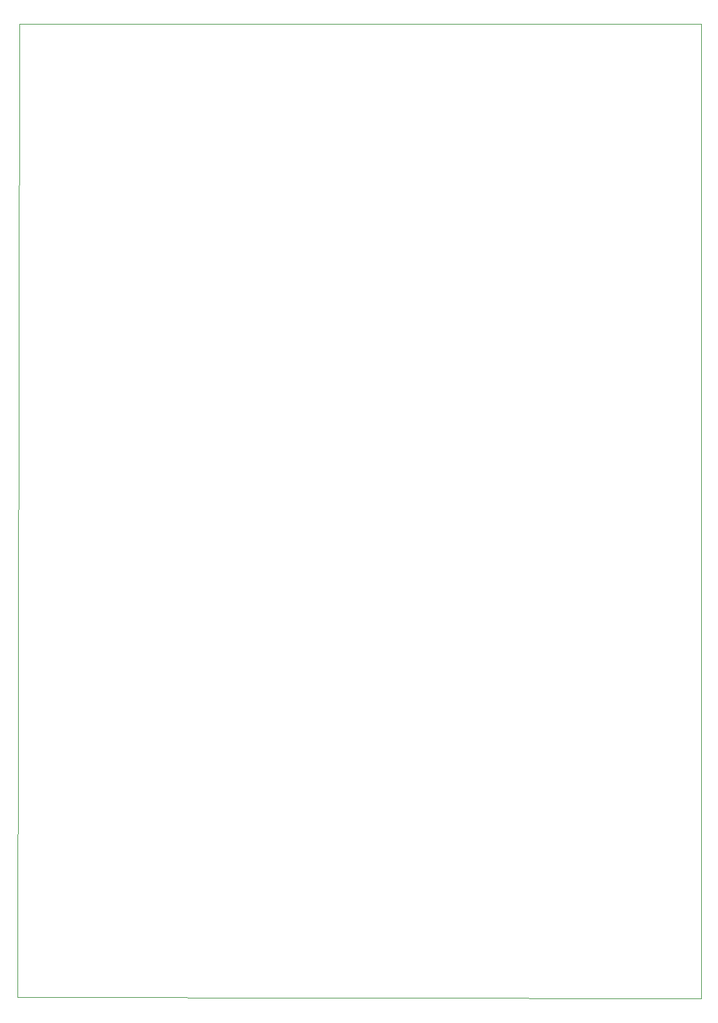
<source format=gbr>
%TF.GenerationSoftware,KiCad,Pcbnew,(5.1.6)-1*%
%TF.CreationDate,2020-11-12T12:18:02-07:00*%
%TF.ProjectId,OPA454_SmallSig_Amp,4f504134-3534-45f5-936d-616c6c536967,rev?*%
%TF.SameCoordinates,Original*%
%TF.FileFunction,Profile,NP*%
%FSLAX46Y46*%
G04 Gerber Fmt 4.6, Leading zero omitted, Abs format (unit mm)*
G04 Created by KiCad (PCBNEW (5.1.6)-1) date 2020-11-12 12:18:02*
%MOMM*%
%LPD*%
G01*
G04 APERTURE LIST*
%TA.AperFunction,Profile*%
%ADD10C,0.050000*%
%TD*%
G04 APERTURE END LIST*
D10*
X55900000Y-161600000D02*
X56200000Y-34150000D01*
X145400000Y-161800000D02*
X55900000Y-161600000D01*
X145400000Y-34150000D02*
X145400000Y-161800000D01*
X56200000Y-34150000D02*
X145400000Y-34150000D01*
M02*

</source>
